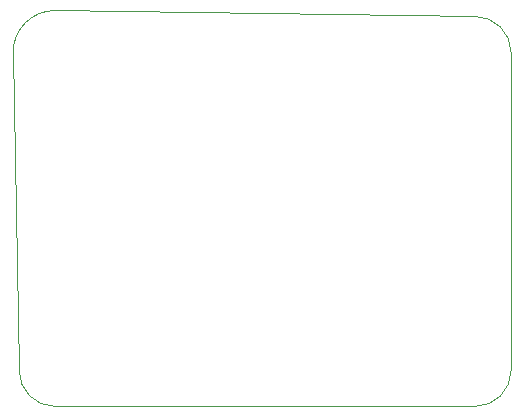
<source format=gbr>
%TF.GenerationSoftware,KiCad,Pcbnew,(6.0.10)*%
%TF.CreationDate,2023-01-15T22:26:48+05:30*%
%TF.ProjectId,Learning_1,4c656172-6e69-46e6-975f-312e6b696361,rev?*%
%TF.SameCoordinates,Original*%
%TF.FileFunction,Profile,NP*%
%FSLAX46Y46*%
G04 Gerber Fmt 4.6, Leading zero omitted, Abs format (unit mm)*
G04 Created by KiCad (PCBNEW (6.0.10)) date 2023-01-15 22:26:48*
%MOMM*%
%LPD*%
G01*
G04 APERTURE LIST*
%TA.AperFunction,Profile*%
%ADD10C,0.100000*%
%TD*%
G04 APERTURE END LIST*
D10*
X69596000Y-105156000D02*
G75*
G03*
X72644000Y-108204000I3048000J0D01*
G01*
X111252000Y-78232000D02*
G75*
G03*
X108204000Y-75184000I-3048000J0D01*
G01*
X108204000Y-108204000D02*
X72644000Y-108204000D01*
X108204000Y-108204000D02*
G75*
G03*
X111252000Y-105156000I0J3048000D01*
G01*
X72644000Y-74676000D02*
G75*
G03*
X69088000Y-78232000I0J-3556000D01*
G01*
X72644000Y-74676000D02*
X108204000Y-75184000D01*
X69596000Y-105156000D02*
X69088000Y-78232000D01*
X111252000Y-105156000D02*
X111252000Y-78232000D01*
M02*

</source>
